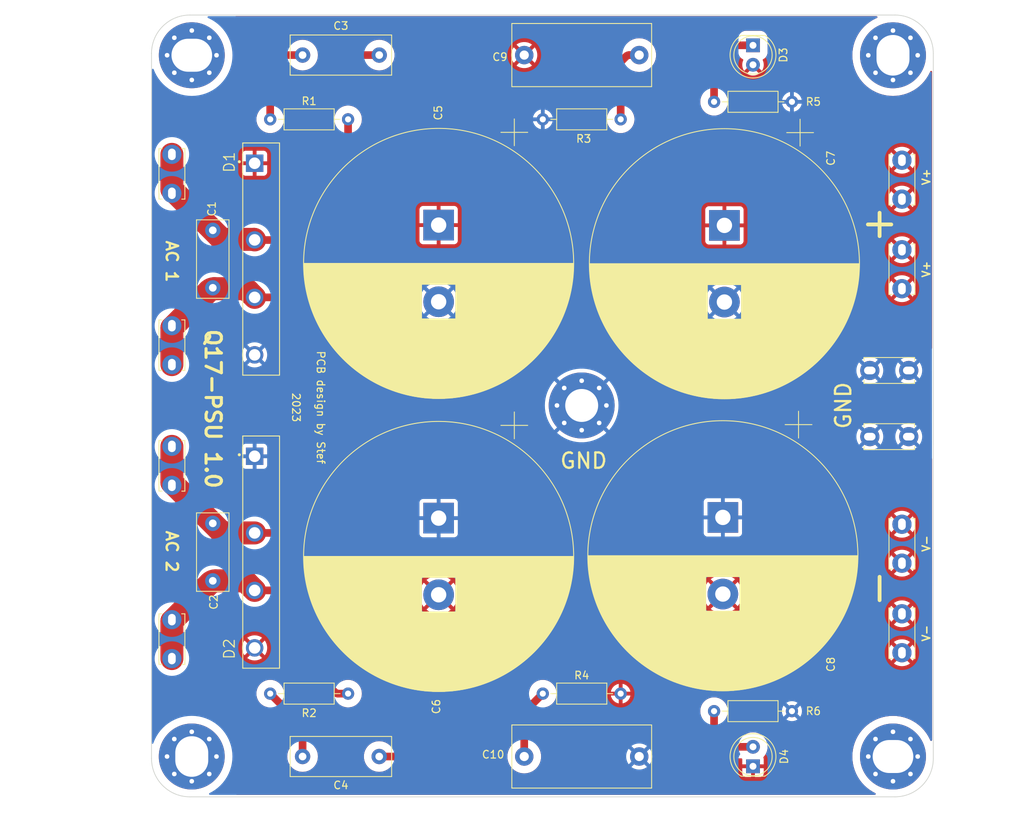
<source format=kicad_pcb>
(kicad_pcb (version 20221018) (generator pcbnew)
  (title_block (title "Q17 Power Supply") (date "2023-08-21") (rev "1.0") (company "by stef"))
  (layers (0 "F.Cu" signal) (31 "B.Cu" signal) (34 "B.Paste" user) (35 "F.Paste" user) (36 "B.SilkS" user "B.Silkscreen") (37 "F.SilkS" user "F.Silkscreen") (38 "B.Mask" user) (39 "F.Mask" user) (44 "Edge.Cuts" user))
  (net 0 "")
  (net 1 "GNDPWR")
  (net 2 "Net-(J1-1-Pin_1)")
  (net 3 "Net-(J1-3-Pin_1)")
  (net 4 "Net-(J1-2-Pin_1)")
  (net 5 "Net-(J1-4-Pin_1)")
  (net 6 "Net-(D3-K)")
  (net 7 "Net-(D4-A)")
  (net 8 "Net-(C3-Pad2)")
  (net 9 "Net-(C4-Pad2)")
  (net 10 "Net-(C9-Pad2)")
  (net 11 "Net-(C10-Pad2)")
  (net 12 "Net-(D3-A)")
  (net 13 "Net-(D4-K)")
  (footprint "Capacitor_THT:C_Rect_L13.0mm_W5.0mm_P10.00mm_FKS3_FKP3_MKS4" (layer "F.Cu") (at 127.762 45.212 180)
    (fp_text reference "C3" (at 5 3.81 180) (layer "F.SilkS"))
    (fp_text value "10nF")
    (pad "1" thru_hole circle (at 0 0 180) (size 2 2) (drill 1) (layers "*.Cu" "*.Mask") (net 2 "Net-(J1-1-Pin_1)"))
    (pad "2" thru_hole circle (at 10 0 180) (size 2 2) (drill 1) (layers "*.Cu" "*.Mask") (net 8 "Net-(C3-Pad2)"))
  )
  (footprint "Q17_Library:DIOB_GBJ2510" (layer "F.Cu") (at 112.356 110.05744 -90)
    (fp_text reference "D2" (at 12.62456 4.152 -90) (layer "F.SilkS") (effects (font (size 1.4 1.4))))
    (fp_text value "GBJ2510")
    (pad "1" thru_hole rect (at -12.5 0.85 270) (size 2.27 2.27) (drill 1.51) (layers "*.Cu" "*.Mask") (net 1 "GNDPWR"))
    (pad "2" thru_hole circle (at -2.5 0.85 270) (size 2.27 2.27) (drill 1.51) (layers "*.Cu" "*.Mask") (net 3 "Net-(J1-3-Pin_1)"))
    (pad "3" thru_hole circle (at 5 0.85 270) (size 2.27 2.27) (drill 1.51) (layers "*.Cu" "*.Mask") (net 5 "Net-(J1-4-Pin_1)"))
    (pad "4" thru_hole circle (at 12.5 0.85 270) (size 2.27 2.27) (drill 1.51) (layers "*.Cu" "*.Mask") (net 13 "Net-(D4-K)"))
  )
  (footprint "Capacitor_THT:C_Rect_L10.0mm_W4.0mm_P7.50mm_MKS4" (layer "F.Cu") (at 106.04628 106.30744 -90)
    (fp_text reference "C2" (at 10.27856 -0.12572 90) (layer "F.SilkS"))
    (fp_text value "10nF")
    (pad "1" thru_hole circle (at 0 0 270) (size 2 2) (drill 1) (layers "*.Cu" "*.Mask") (net 3 "Net-(J1-3-Pin_1)"))
    (pad "2" thru_hole circle (at 7.5 0 270) (size 2 2) (drill 1) (layers "*.Cu" "*.Mask") (net 5 "Net-(J1-4-Pin_1)"))
  )
  (footprint "Capacitor_THT:CP_Radial_D35.0mm_P10.00mm_SnapIn" (layer "F.Cu") (at 135.513301 67.394442 -90)
    (fp_text reference "C5" (at -14.648184 0.05248 -90) (layer "F.SilkS"))
    (fp_text value "10000uF 63v")
    (pad "1" thru_hole rect (at 0 0 270) (size 4 4) (drill 2) (layers "*.Cu" "*.Mask") (net 12 "Net-(D3-A)"))
    (pad "2" thru_hole circle (at 10 0 270) (size 4 4) (drill 2) (layers "*.Cu" "*.Mask") (net 1 "GNDPWR"))
  )
  (footprint "Q17_Library:Faston_Connector_63849-1_TEC" (layer "F.Cu") (at 100.71228 96.266 90)
    (fp_text reference "J1-3" hide)
    (fp_text value "AC2-1" hide)
    (pad "1" thru_hole circle (at -5.08 0 90) (size 2.5 2.5) (drill oval 1.5 1) (layers "*.Cu" "*.Mask") (net 3 "Net-(J1-3-Pin_1)"))
    (pad "1" thru_hole circle (at 0 0 90) (size 2.5 2.5) (drill oval 1.5 1) (layers "*.Cu" "*.Mask") (net 3 "Net-(J1-3-Pin_1)"))
  )
  (footprint "Capacitor_THT:C_Rect_L18.0mm_W8.0mm_P15.00mm_FKS3_FKP3" (layer "F.Cu") (at 146.683581 45.212)
    (fp_text reference "C9" (at -3.168 0.254) (layer "F.SilkS"))
    (fp_text value "220nf")
    (pad "1" thru_hole circle (at 0 0) (size 2.4 2.4) (drill 1.2) (layers "*.Cu" "*.Mask") (net 12 "Net-(D3-A)"))
    (pad "2" thru_hole circle (at 15 0) (size 2.4 2.4) (drill 1.2) (layers "*.Cu" "*.Mask") (net 10 "Net-(C9-Pad2)"))
  )
  (footprint "Q17_Library:Faston_Connector_63849-1_TEC" (layer "F.Cu") (at 100.71228 118.872 90)
    (fp_text reference "J1-4" hide)
    (fp_text value "AC2-2" hide)
    (pad "1" thru_hole circle (at -5.08 0 90) (size 2.5 2.5) (drill oval 1.5 1) (layers "*.Cu" "*.Mask") (net 5 "Net-(J1-4-Pin_1)"))
    (pad "1" thru_hole circle (at 0 0 90) (size 2.5 2.5) (drill oval 1.5 1) (layers "*.Cu" "*.Mask") (net 5 "Net-(J1-4-Pin_1)"))
  )
  (footprint "MountingHole:MountingHole_4.3mm_M4_Pad_Via" (layer "F.Cu") (at 154.178 90.926419)
    (fp_text reference "#GROUND01" hide)
    (fp_text value "MountingHole_4.3mm_M4_Pad_Via" hide)
    (pad "1" thru_hole circle (at -3.225 0) (size 0.9 0.9) (drill 0.6) (layers "*.Cu" "*.Mask") (net 1 "GNDPWR"))
    (pad "1" thru_hole circle (at -2.280419 -2.280419) (size 0.9 0.9) (drill 0.6) (layers "*.Cu" "*.Mask") (net 1 "GNDPWR"))
    (pad "1" thru_hole circle (at -2.280419 2.280419) (size 0.9 0.9) (drill 0.6) (layers "*.Cu" "*.Mask") (net 1 "GNDPWR"))
    (pad "1" thru_hole circle (at 0 -3.225) (size 0.9 0.9) (drill 0.6) (layers "*.Cu" "*.Mask") (net 1 "GNDPWR"))
    (pad "1" thru_hole circle (at 0 0) (size 8.6 8.6) (drill 4.3) (layers "*.Cu" "*.Mask") (net 1 "GNDPWR"))
    (pad "1" thru_hole circle (at 0 3.225) (size 0.9 0.9) (drill 0.6) (layers "*.Cu" "*.Mask") (net 1 "GNDPWR"))
    (pad "1" thru_hole circle (at 2.280419 -2.280419) (size 0.9 0.9) (drill 0.6) (layers "*.Cu" "*.Mask") (net 1 "GNDPWR"))
    (pad "1" thru_hole circle (at 2.280419 2.280419) (size 0.9 0.9) (drill 0.6) (layers "*.Cu" "*.Mask") (net 1 "GNDPWR"))
    (pad "1" thru_hole circle (at 3.225 0) (size 0.9 0.9) (drill 0.6) (layers "*.Cu" "*.Mask") (net 1 "GNDPWR"))
  )
  (footprint "Q17_Library:Faston_Connector_63849-1_TEC" (layer "F.Cu") (at 191.77 94.996 180)
    (fp_text reference "J2-2'1" hide)
    (fp_text value "GNDPWR" hide)
    (pad "1" thru_hole circle (at -5.08 0 180) (size 2.5 2.5) (drill oval 1.5 1) (layers "*.Cu" "*.Mask") (net 1 "GNDPWR"))
    (pad "1" thru_hole circle (at 0 0 180) (size 2.5 2.5) (drill oval 1.5 1) (layers "*.Cu" "*.Mask") (net 1 "GNDPWR"))
  )
  (footprint "Capacitor_THT:C_Rect_L10.0mm_W4.0mm_P7.50mm_MKS4" (layer "F.Cu") (at 106.04628 68.074941 -90)
    (fp_text reference "C1" (at -2.796941 0.12828 90) (layer "F.SilkS"))
    (fp_text value "10nF")
    (pad "1" thru_hole circle (at 0 0 270) (size 2 2) (drill 1) (layers "*.Cu" "*.Mask") (net 2 "Net-(J1-1-Pin_1)"))
    (pad "2" thru_hole circle (at 7.5 0 270) (size 2 2) (drill 1) (layers "*.Cu" "*.Mask") (net 4 "Net-(J1-2-Pin_1)"))
  )
  (footprint "Q17_Library:Faston_Connector_63849-1_TEC" (layer "F.Cu") (at 100.71228 58.166 90)
    (fp_text reference "J1-1" hide)
    (fp_text value "AC1-1" hide)
    (pad "1" thru_hole circle (at -5.08 0 90) (size 2.5 2.5) (drill oval 1.5 1) (layers "*.Cu" "*.Mask") (net 2 "Net-(J1-1-Pin_1)"))
    (pad "1" thru_hole circle (at 0 0 90) (size 2.5 2.5) (drill oval 1.5 1) (layers "*.Cu" "*.Mask") (net 2 "Net-(J1-1-Pin_1)"))
  )
  (footprint "MountingHole:MountingHole_4.3mm_M4_Pad_Via" (layer "F.Cu") (at 194.79428 136.729763)
    (fp_text reference "REF**" hide)
    (fp_text value "MountingHole_4.3mm_M4_Pad_Via")
    (pad "1" thru_hole circle (at -3.225 0) (size 0.9 0.9) (drill 0.6) (layers "*.Cu" "*.Mask"))
    (pad "1" thru_hole circle (at -2.280419 -2.280419) (size 0.9 0.9) (drill 0.6) (layers "*.Cu" "*.Mask"))
    (pad "1" thru_hole circle (at -2.280419 2.280419) (size 0.9 0.9) (drill 0.6) (layers "*.Cu" "*.Mask"))
    (pad "1" thru_hole circle (at 0 -3.225) (size 0.9 0.9) (drill 0.6) (layers "*.Cu" "*.Mask"))
    (pad "1" thru_hole circle (at 0 0) (size 8.6 8.6) (drill oval 5.3 4.3) (layers "*.Cu" "*.Mask"))
    (pad "1" thru_hole circle (at 0 3.225) (size 0.9 0.9) (drill 0.6) (layers "*.Cu" "*.Mask"))
    (pad "1" thru_hole circle (at 2.280419 -2.280419) (size 0.9 0.9) (drill 0.6) (layers "*.Cu" "*.Mask"))
    (pad "1" thru_hole circle (at 2.280419 2.280419) (size 0.9 0.9) (drill 0.6) (layers "*.Cu" "*.Mask"))
    (pad "1" thru_hole circle (at 3.225 0) (size 0.9 0.9) (drill 0.6) (layers "*.Cu" "*.Mask"))
  )
  (footprint "Capacitor_THT:CP_Radial_D35.0mm_P10.00mm_SnapIn" (layer "F.Cu") (at 172.597301 105.532941 -90)
    (fp_text reference "C8" (at 19.181059 -14.092699 -90) (layer "F.SilkS"))
    (fp_text value "10000uF 63v")
    (pad "1" thru_hole rect (at 0 0 270) (size 4 4) (drill 2) (layers "*.Cu" "*.Mask") (net 1 "GNDPWR"))
    (pad "2" thru_hole circle (at 10 0 270) (size 4 4) (drill 2) (layers "*.Cu" "*.Mask") (net 13 "Net-(D4-K)"))
  )
  (footprint "Resistor_THT:R_Axial_DIN0207_L6.3mm_D2.5mm_P10.16mm_Horizontal" (layer "F.Cu") (at 113.538 128.524)
    (fp_text reference "R2" (at 5.08 2.54) (layer "F.SilkS"))
    (fp_text value "10R")
    (pad "1" thru_hole circle (at 0 0) (size 1.6 1.6) (drill 0.8) (layers "*.Cu" "*.Mask") (net 9 "Net-(C4-Pad2)"))
    (pad "2" thru_hole oval (at 10.16 0) (size 1.6 1.6) (drill 0.8) (layers "*.Cu" "*.Mask") (net 5 "Net-(J1-4-Pin_1)"))
  )
  (footprint "Resistor_THT:R_Axial_DIN0207_L6.3mm_D2.5mm_P10.16mm_Horizontal" (layer "F.Cu") (at 149.103581 128.524)
    (fp_text reference "R4" (at 5.08 -2.37) (layer "F.SilkS"))
    (fp_text value "10R" hide)
    (pad "1" thru_hole circle (at 0 0) (size 1.6 1.6) (drill 0.8) (layers "*.Cu" "*.Mask") (net 11 "Net-(C10-Pad2)"))
    (pad "2" thru_hole oval (at 10.16 0) (size 1.6 1.6) (drill 0.8) (layers "*.Cu" "*.Mask") (net 13 "Net-(D4-K)"))
  )
  (footprint "LED_THT:LED_D5.0mm" (layer "F.Cu") (at 176.53 138.004763 90)
    (fp_text reference "D4" (at 1.27 4.064 90) (layer "F.SilkS"))
    (fp_text value "LED")
    (pad "1" thru_hole rect (at 0 0 90) (size 1.8 1.8) (drill 0.9) (layers "*.Cu" "*.Mask") (net 13 "Net-(D4-K)"))
    (pad "2" thru_hole circle (at 2.54 0 90) (size 1.8 1.8) (drill 0.9) (layers "*.Cu" "*.Mask") (net 7 "Net-(D4-A)"))
  )
  (footprint "Q17_Library:Faston_Connector_63849-1_TEC" (layer "F.Cu") (at 195.96228 75.692 -90)
    (fp_text reference "J2-1'1" hide)
    (fp_text value "V+" (at -2.54 -3.17372 90) (layer "F.SilkS") (effects (font (thickness 0.2) bold)))
    (pad "1" thru_hole circle (at -5.08 0 270) (size 2.5 2.5) (drill oval 1.5 1) (layers "*.Cu" "*.Mask") (net 12 "Net-(D3-A)"))
    (pad "1" thru_hole circle (at 0 0 270) (size 2.5 2.5) (drill oval 1.5 1) (layers "*.Cu" "*.Mask") (net 12 "Net-(D3-A)"))
  )
  (footprint "Q17_Library:Faston_Connector_63849-1_TEC" (layer "F.Cu") (at 191.77 86.36 180)
    (fp_text reference "J2-2" hide)
    (fp_text value "GNDPWR" hide)
    (pad "1" thru_hole circle (at -5.08 0 180) (size 2.5 2.5) (drill oval 1.5 1) (layers "*.Cu" "*.Mask") (net 1 "GNDPWR"))
    (pad "1" thru_hole circle (at 0 0 180) (size 2.5 2.5) (drill oval 1.5 1) (layers "*.Cu" "*.Mask") (net 1 "GNDPWR"))
  )
  (footprint "Q17_Library:Faston_Connector_63849-1_TEC" (layer "F.Cu") (at 195.96228 111.506 -90)
    (fp_text reference "J2-3" hide)
    (fp_text value "V-" (at -2.554323 -3.17372 90) (layer "F.SilkS") (effects (font (thickness 0.2) bold)))
    (pad "1" thru_hole circle (at -5.08 0 270) (size 2.5 2.5) (drill oval 1.5 1) (layers "*.Cu" "*.Mask") (net 13 "Net-(D4-K)"))
    (pad "1" thru_hole circle (at 0 0 270) (size 2.5 2.5) (drill oval 1.5 1) (layers "*.Cu" "*.Mask") (net 13 "Net-(D4-K)"))
  )
  (footprint "Capacitor_THT:C_Rect_L13.0mm_W5.0mm_P10.00mm_FKS3_FKP3_MKS4" (layer "F.Cu") (at 127.762 136.729763 180)
    (fp_text reference "C4" (at 5 -3.75 180) (layer "F.SilkS"))
    (fp_text value "10nF")
    (pad "1" thru_hole circle (at 0 0 180) (size 2 2) (drill 1) (layers "*.Cu" "*.Mask") (net 3 "Net-(J1-3-Pin_1)"))
    (pad "2" thru_hole circle (at 10 0 180) (size 2 2) (drill 1) (layers "*.Cu" "*.Mask") (net 9 "Net-(C4-Pad2)"))
  )
  (footprint "Q17_Library:DIOB_GBJ2510" (layer "F.Cu") (at 112.356 71.824941 -90)
    (fp_text reference "D1" (at -12.642941 4.152 -90) (layer "F.SilkS") (effects (font (size 1.4 1.4))))
    (fp_text value "GBJ2510")
    (pad "1" thru_hole rect (at -12.5 0.85 270) (size 2.27 2.27) (drill 1.51) (layers "*.Cu" "*.Mask") (net 12 "Net-(D3-A)"))
    (pad "2" thru_hole circle (at -2.5 0.85 270) (size 2.27 2.27) (drill 1.51) (layers "*.Cu" "*.Mask") (net 2 "Net-(J1-1-Pin_1)"))
    (pad "3" thru_hole circle (at 5 0.85 270) (size 2.27 2.27) (drill 1.51) (layers "*.Cu" "*.Mask") (net 4 "Net-(J1-2-Pin_1)"))
    (pad "4" thru_hole circle (at 12.5 0.85 270) (size 2.27 2.27) (drill 1.51) (layers "*.Cu" "*.Mask") (net 1 "GNDPWR"))
  )
  (footprint "Q17_Library:Faston_Connector_63849-1_TEC" (layer "F.Cu") (at 100.71228 80.518 90)
    (fp_text reference "J1-2" hide)
    (fp_text value "AC1-2" hide)
    (pad "1" thru_hole circle (at -5.08 0 90) (size 2.5 2.5) (drill oval 1.5 1) (layers "*.Cu" "*.Mask") (net 4 "Net-(J1-2-Pin_1)"))
    (pad "1" thru_hole circle (at 0 0 90) (size 2.5 2.5) (drill oval 1.5 1) (layers "*.Cu" "*.Mask") (net 4 "Net-(J1-2-Pin_1)"))
  )
  (footprint "Resistor_THT:R_Axial_DIN0207_L6.3mm_D2.5mm_P10.16mm_Horizontal" (layer "F.Cu") (at 159.263581 53.594 180)
    (fp_text reference "R3" (at 4.826 -2.54) (layer "F.SilkS"))
    (fp_text value "10R" hide)
    (pad "1" thru_hole circle (at 0 0 180) (size 1.6 1.6) (drill 0.8) (layers "*.Cu" "*.Mask") (net 10 "Net-(C9-Pad2)"))
    (pad "2" thru_hole oval (at 10.16 0 180) (size 1.6 1.6) (drill 0.8) (layers "*.Cu" "*.Mask") (net 1 "GNDPWR"))
  )
  (footprint "MountingHole:MountingHole_4.3mm_M4_Pad_Via" (layer "F.Cu") (at 194.79428 45.238963)
    (fp_text reference "REF**" hide)
    (fp_text value "MountingHole_4.3mm_M4_Pad_Via")
    (pad "1" thru_hole circle (at -3.225 0) (size 0.9 0.9) (drill 0.6) (layers "*.Cu" "*.Mask"))
    (pad "1" thru_hole circle (at -2.280419 -2.280419) (size 0.9 0.9) (drill 0.6) (layers "*.Cu" "*.Mask"))
    (pad "1" thru_hole circle (at -2.280419 2.280419) (size 0.9 0.9) (drill 0.6) (layers "*.Cu" "*.Mask"))
    (pad "1" thru_hole circle (at 0 -3.225) (size 0.9 0.9) (drill 0.6) (layers "*.Cu" "*.Mask"))
    (pad "1" thru_hole circle (at 0 0) (size 8.6 8.6) (drill oval 4.3 5.3) (layers "*.Cu" "*.Mask"))
    (pad "1" thru_hole circle (at 0 3.225) (size 0.9 0.9) (drill 0.6) (layers "*.Cu" "*.Mask"))
    (pad "1" thru_hole circle (at 2.280419 -2.280419) (size 0.9 0.9) (drill 0.6) (layers "*.Cu" "*.Mask"))
    (pad "1" thru_hole circle (at 2.280419 2.280419) (size 0.9 0.9) (drill 0.6) (layers "*.Cu" "*.Mask"))
    (pad "1" thru_hole circle (at 3.225 0) (size 0.9 0.9) (drill 0.6) (layers "*.Cu" "*.Mask"))
  )
  (footprint "Capacitor_THT:CP_Radial_D35.0mm_P10.00mm_SnapIn" (layer "F.Cu") (at 135.513301 105.626941 -90)
    (fp_text reference "C6" (at 24.589317 0.30648 -90) (layer "F.SilkS"))
    (fp_text value "10000uF 63v")
    (pad "1" thru_hole rect (at 0 0 270) (size 4 4) (drill 2) (layers "*.Cu" "*.Mask") (net 1 "GNDPWR"))
    (pad "2" thru_hole circle (at 10 0 270) (size 4 4) (drill 2) (layers "*.Cu" "*.Mask") (net 13 "Net-(D4-K)"))
  )
  (footprint "Capacitor_THT:C_Rect_L18.0mm_W8.0mm_P15.00mm_FKS3_FKP3" (layer "F.Cu") (at 161.683581 136.729763 180)
    (fp_text reference "C10" (at 19.05828 0.254 180) (layer "F.SilkS"))
    (fp_text value "220nF")
    (pad "1" thru_hole circle (at 0 0 180) (size 2.4 2.4) (drill 1.2) (layers "*.Cu" "*.Mask") (net 1 "GNDPWR"))
    (pad "2" thru_hole circle (at 15 0 180) (size 2.4 2.4) (drill 1.2) (layers "*.Cu" "*.Mask") (net 11 "Net-(C10-Pad2)"))
  )
  (footprint "LED_THT:LED_D5.0mm" (layer "F.Cu") (at 176.53 43.937 -90)
    (fp_text reference "D3" (at 1.27 -3.96 -90) (layer "F.SilkS"))
    (fp_text value "LED")
    (pad "1" thru_hole rect (at 0 0 270) (size 1.8 1.8) (drill 0.9) (layers "*.Cu" "*.Mask") (net 6 "Net-(D3-K)"))
    (pad "2" thru_hole circle (at 2.54 0 270) (size 1.8 1.8) (drill 0.9) (layers "*.Cu" "*.Mask") (net 12 "Net-(D3-A)"))
  )
  (footprint "MountingHole:MountingHole_4.3mm_M4_Pad_Via" (layer "F.Cu") (at 103.309061 45.233382)
    (fp_text reference "REF**" hide)
    (fp_text value "MountingHole_4.3mm_M4_Pad_Via")
    (pad "1" thru_hole circle (at -3.225 0) (size 0.9 0.9) (drill 0.6) (layers "*.Cu" "*.Mask"))
    (pad "1" thru_hole circle (at -2.280419 -2.280419) (size 0.9 0.9) (drill 0.6) (layers "*.Cu" "*.Mask"))
    (pad "1" thru_hole circle (at -2.280419 2.280419) (size 0.9 0.9) (drill 0.6) (layers "*.Cu" "*.Mask"))
    (pad "1" thru_hole circle (at 0 -3.225) (size 0.9 0.9) (drill 0.6) (layers "*.Cu" "*.Mask"))
    (pad "1" thru_hole circle (at 0 0) (size 8.6 8.6) (drill oval 5.3 4.3) (layers "*.Cu" "*.Mask"))
    (pad "1" thru_hole circle (at 0 3.225) (size 0.9 0.9) (drill 0.6) (layers "*.Cu" "*.Mask"))
    (pad "1" thru_hole circle (at 2.280419 -2.280419) (size 0.9 0.9) (drill 0.6) (layers "*.Cu" "*.Mask"))
    (pad "1" thru_hole circle (at 2.280419 2.280419) (size 0.9 0.9) (drill 0.6) (layers "*.Cu" "*.Mask"))
    (pad "1" thru_hole circle (at 3.225 0) (size 0.9 0.9) (drill 0.6) (layers "*.Cu" "*.Mask"))
  )
  (footprint "Resistor_THT:R_Axial_DIN0207_L6.3mm_D2.5mm_P10.16mm_Horizontal" (layer "F.Cu") (at 113.538 53.594)
    (fp_text reference "R1" (at 5.08 -2.37) (layer "F.SilkS"))
    (fp_text value "10R")
    (pad "1" thru_hole circle (at 0 0) (size 1.6 1.6) (drill 0.8) (layers "*.Cu" "*.Mask") (net 8 "Net-(C3-Pad2)"))
    (pad "2" thru_hole oval (at 10.16 0) (size 1.6 1.6) (drill 0.8) (layers "*.Cu" "*.Mask") (net 4 "Net-(J1-2-Pin_1)"))
  )
  (footprint "Q17_Library:Faston_Connector_63849-1_TEC" (layer "F.Cu") (at 195.96228 64.008 -90)
    (fp_text reference "J2-1" hide)
    (fp_text value "V+" (at -2.8956 -3.17372 90) (layer "F.SilkS") (effects (font (thickness 0.2) bold)))
    (pad "1" thru_hole circle (at -5.08 0 270) (size 2.5 2.5) (drill oval 1.5 1) (layers "*.Cu" "*.Mask") (net 12 "Net-(D3-A)"))
    (pad "1" thru_hole circle (at 0 0 270) (size 2.5 2.5) (drill oval 1.5 1) (layers "*.Cu" "*.Mask") (net 12 "Net-(D3-A)"))
  )
  (footprint "Resistor_THT:R_Axial_DIN0207_L6.3mm_D2.5mm_P10.16mm_Horizontal" (layer "F.Cu") (at 171.45 51.308)
    (fp_text reference "R5" (at 12.954 0) (layer "F.SilkS"))
    (fp_text value "10K")
    (pad "1" thru_hole circle (at 0 0) (size 1.6 1.6) (drill 0.8) (layers "*.Cu" "*.Mask") (net 6 "Net-(D3-K)"))
    (pad "2" thru_hole oval (at 10.16 0) (size 1.6 1.6) (drill 0.8) (layers "*.Cu" "*.Mask") (net 1 "GNDPWR"))
  )
  (footprint "Capacitor_THT:CP_Radial_D35.0mm_P10.00mm_SnapIn" (layer "F.Cu") (at 172.800501 67.432941 -90)
    (fp_text reference "C7" (at -8.758941 -13.889499 -90) (layer "F.SilkS"))
    (fp_text value "10000uF 63v")
    (pad "1" thru_hole rect (at 0 0 270) (size 4 4) (drill 2) (layers "*.Cu" "*.Mask") (net 12 "Net-(D3-A)"))
    (pad "2" thru_hole circle (at 10 0 270) (size 4 4) (drill 2) (layers "*.Cu" "*.Mask") (net 1 "GNDPWR"))
  )
  (footprint "Q17_Library:Faston_Connector_63849-1_TEC" (layer "F.Cu") (at 195.96228 123.19 -90)
    (fp_text reference "J2-4'1" hide)
    (fp_text value "V-" (at -2.54 -3.17372 90) (layer "F.SilkS") (effects (font (thickness 0.2) bold)))
    (pad "1" thru_hole circle (at -5.08 0 270) (size 2.5 2.5) (drill oval 1.5 1) (layers "*.Cu" "*.Mask") (net 13 "Net-(D4-K)"))
    (pad "1" thru_hole circle (at 0 0 270) (size 2.5 2.5) (drill oval 1.5 1) (layers "*.Cu" "*.Mask") (net 13 "Net-(D4-K)"))
  )
  (footprint "MountingHole:MountingHole_4.3mm_M4_Pad_Via" (layer "F.Cu") (at 103.30348 136.729763)
    (fp_text reference "REF**" hide)
    (fp_text value "MountingHole_4.3mm_M4_Pad_Via")
    (pad "1" thru_hole circle (at -3.225 0) (size 0.9 0.9) (drill 0.6) (layers "*.Cu" "*.Mask"))
    (pad "1" thru_hole circle (at -2.280419 -2.280419) (size 0.9 0.9) (drill 0.6) (layers "*.Cu" "*.Mask"))
    (pad "1" thru_hole circle (at -2.280419 2.280419) (size 0.9 0.9) (drill 0.6) (layers "*.Cu" "*.Mask"))
    (pad "1" thru_hole circle (at 0 -3.225) (size 0.9 0.9) (drill 0.6) (layers "*.Cu" "*.Mask"))
    (pad "1" thru_hole circle (at 0 0) (size 8.6 8.6) (drill oval 4.3 5.3) (layers "*.Cu" "*.Mask"))
    (pad "1" thru_hole circle (at 0 3.225) (size 0.9 0.9) (drill 0.6) (layers "*.Cu" "*.Mask"))
    (pad "1" thru_hole circle (at 2.280419 -2.280419) (size 0.9 0.9) (drill 0.6) (layers "*.Cu" "*.Mask"))
    (pad "1" thru_hole circle (at 2.280419 2.280419) (size 0.9 0.9) (drill 0.6) (layers "*.Cu" "*.Mask"))
    (pad "1" thru_hole circle (at 3.225 0) (size 0.9 0.9) (drill 0.6) (layers "*.Cu" "*.Mask"))
  )
  (footprint "Resistor_THT:R_Axial_DIN0207_L6.3mm_D2.5mm_P10.16mm_Horizontal" (layer "F.Cu") (at 181.61 130.81 180)
    (fp_text reference "R6" (at -2.794 0) (layer "F.SilkS"))
    (fp_text value "10K")
    (pad "1" thru_hole circle (at 0 0 180) (size 1.6 1.6) (drill 0.8) (layers "*.Cu" "*.Mask") (net 1 "GNDPWR"))
    (pad "2" thru_hole oval (at 10.16 0 180) (size 1.6 1.6) (drill 0.8) (layers "*.Cu" "*.Mask") (net 7 "Net-(D4-A)"))
  )
  (gr_line (start 98.05348 136.988963) (end 98.05348 44.988963) (stroke (width 0.1)) (layer "Edge.Cuts"))
  (gr_arc (start 200.05348 136.988963) (mid 198.589 140.524471) (end 195.05348 141.988963) (stroke (width 0.1)) (layer "Edge.Cuts"))
  (gr_line (start 103.05348 39.988963) (end 195.05348 39.988963) (stroke (width 0.1)) (layer "Edge.Cuts"))
  (gr_line (start 195.05348 141.988963) (end 103.05348 141.988963) (stroke (width 0.1)) (layer "Edge.Cuts"))
  (gr_line (start 200.05348 44.988963) (end 200.05348 136.988963) (stroke (width 0.1)) (layer "Edge.Cuts"))
  (gr_arc (start 98.05348 44.988963) (mid 99.517946 41.453429) (end 103.05348 39.988963) (stroke (width 0.1)) (layer "Edge.Cuts"))
  (gr_arc (start 103.05348 141.988963) (mid 99.517932 140.524499) (end 98.05348 136.988963) (stroke (width 0.1)) (layer "Edge.Cuts"))
  (gr_arc (start 195.05348 39.988963) (mid 198.589 41.453432) (end 200.05348 44.988963) (stroke (width 0.1)) (layer "Edge.Cuts"))
  (gr_text "GND" (at 154.432 99.314) (layer "F.SilkS") (effects (font (size 2 2) (thickness 0.3) bold) (justify bottom)))
  (gr_text "-" (at 191.008 114.808 270) (layer "F.SilkS") (effects (font (size 4 4) (thickness 0.5)) (justify bottom)))
  (gr_text "PCB design by Stef\n\n2023" (at 116.332 91.186 -90) (layer "F.SilkS") (effects (font (size 1 1)) (justify bottom)))
  (gr_text "Q17-PSU 1.0" (at 104.902 80.772 270) (layer "F.SilkS") (effects (font (size 2 2) (thickness 0.4) bold) (justify left bottom)))
  (gr_text "GND" (at 189.484 90.932 90) (layer "F.SilkS") (effects (font (size 2 2) (thickness 0.3) bold) (justify bottom)))
  (gr_text "+" (at 191.008 67.31 270) (layer "F.SilkS") (effects (font (size 4 4) (thickness 0.5)) (justify bottom)))
  (gr_text "AC 1" (at 99.822 72.136 270) (layer "F.SilkS") (effects (font (size 1.5 1.5) (thickness 0.3) bold) (justify bottom)))
  (gr_text "AC 2" (at 99.822 109.982 270) (layer "F.SilkS") (effects (font (size 1.5 1.5) (thickness 0.3) bold) (justify bottom)))
  (segment (start 111.436 69.254941) (end 107.653946 69.254941) (width 3) (layer "F.Cu") (net 2))
  (segment (start 119.018447 50.907553) (end 124.567554 45.358446) (width 1) (layer "F.Cu") (net 2))
  (segment (start 118.872 66.086893) (end 118.872 51.261107) (width 1) (layer "F.Cu") (net 2))
  (segment (start 115.970447 69.195553) (end 118.725554 66.440446) (width 1) (layer "F.Cu") (net 2))
  (segment (start 106.946839 68.962048) (end 100.71228 62.727489) (width 3) (layer "F.Cu") (net 2))
  (segment (start 111.506 69.324941) (end 111.436 69.254941) (width 3) (layer "F.Cu") (net 2))
  (segment (start 100.71228 62.727489) (end 100.71228 58.166) (width 3) (layer "F.Cu") (net 2))
  (segment (start 111.523059 69.342) (end 115.616893 69.342) (width 1) (layer "F.Cu") (net 2))
  (segment (start 124.921107 45.212) (end 127.762 45.212) (width 1) (layer "F.Cu") (net 2))
  (arc (start 107.653946 69.254941) (mid 107.271263 69.178821) (end 106.946839 68.962048) (width 3) (layer "F.Cu") (net 2))
  (arc (start 118.725554 66.440446) (mid 118.83394 66.278234) (end 118.872 66.086893) (width 1) (layer "F.Cu") (net 2))
  (arc (start 118.872 51.261107) (mid 118.91006 51.069765) (end 119.018447 50.907553) (width 1) (layer "F.Cu") (net 2))
  (arc (start 115.616893 69.342) (mid 115.808235 69.30394) (end 115.970447 69.195553) (width 1) (layer "F.Cu") (net 2))
  (arc (start 124.921107 45.212) (mid 124.729766 45.25006) (end 124.567554 45.358446) (width 1) (layer "F.Cu") (net 2))
  (segment (start 100.71228 100.97344) (end 100.71228 96.266) (width 3) (layer "F.Cu") (net 3))
  (segment (start 125.984 110.697107) (end 125.984 116.124893) (width 1) (layer "F.Cu") (net 3))
  (segment (start 111.506 107.55744) (end 122.844333 107.55744) (width 1) (layer "F.Cu") (net 3))
  (segment (start 107.003387 107.264547) (end 100.71228 100.97344) (width 3) (layer "F.Cu") (net 3))
  (segment (start 131.064 121.619107) (end 131.064 135.428893) (width 1) (layer "F.Cu") (net 3))
  (segment (start 111.506 107.55744) (end 107.710494 107.55744) (width 3) (layer "F.Cu") (net 3))
  (segment (start 126.130447 116.478447) (end 130.917554 121.265554) (width 1) (layer "F.Cu") (net 3))
  (segment (start 130.917553 135.782447) (end 130.116683 136.583317) (width 1) (layer "F.Cu") (net 3))
  (segment (start 123.197887 107.703887) (end 125.837554 110.343554) (width 1) (layer "F.Cu") (net 3))
  (segment (start 129.76313 136.729763) (end 127.762 136.729763) (width 1) (layer "F.Cu") (net 3))
  (arc (start 122.844333 107.55744) (mid 123.035675 107.5955) (end 123.197887 107.703887) (width 1) (layer "F.Cu") (net 3))
  (arc (start 107.710494 107.55744) (mid 107.32781 107.48132) (end 107.003387 107.264547) (width 3) (layer "F.Cu") (net 3))
  (arc (start 130.917554 121.265554) (mid 131.02594 121.427766) (end 131.064 121.619107) (width 1) (layer "F.Cu") (net 3))
  (arc (start 125.984 116.124893) (mid 126.02206 116.316235) (end 126.130447 116.478447) (width 1) (layer "F.Cu") (net 3))
  (arc (start 125.984 110.697107) (mid 125.94594 110.505766) (end 125.837554 110.343554) (width 1) (layer "F.Cu") (net 3))
  (arc (start 130.116683 136.583317) (mid 129.954471 136.691703) (end 129.76313 136.729763) (width 1) (layer "F.Cu") (net 3))
  (arc (start 130.917553 135.782447) (mid 131.02594 135.620235) (end 131.064 135.428893) (width 1) (layer "F.Cu") (net 3))
  (segment (start 105.530095 75.984893) (end 100.71228 80.802708) (width 3) (layer "F.Cu") (net 4))
  (segment (start 123.698 53.594) (end 123.698 73.452893) (width 1) (layer "F.Cu") (net 4))
  (segment (start 109.958845 75.692) (end 106.237202 75.692) (width 3) (layer "F.Cu") (net 4))
  (segment (start 120.325952 76.824941) (end 111.506 76.824941) (width 1) (layer "F.Cu") (net 4))
  (segment (start 100.71228 80.802708) (end 100.71228 85.598) (width 3) (layer "F.Cu") (net 4))
  (segment (start 111.506 76.824941) (end 110.665952 75.984893) (width 3) (layer "F.Cu") (net 4))
  (segment (start 123.551553 73.806447) (end 120.679505 76.678495) (width 1) (layer "F.Cu") (net 4))
  (arc (start 123.698 73.452893) (mid 123.65994 73.644235) (end 123.551553 73.806447) (width 1) (layer "F.Cu") (net 4))
  (arc (start 106.237202 75.692) (mid 105.854518 75.76812) (end 105.530095 75.984893) (width 3) (layer "F.Cu") (net 4))
  (arc (start 120.325952 76.824941) (mid 120.517293 76.786881) (end 120.679505 76.678495) (width 1) (layer "F.Cu") (net 4))
  (arc (start 110.665952 75.984893) (mid 110.341529 75.76812) (end 109.958845 75.692) (width 3) (layer "F.Cu") (net 4))
  (segment (start 100.71228 119.07212) (end 100.71228 123.952) (width 3) (layer "F.Cu") (net 5))
  (segment (start 105.684067 114.100333) (end 100.71228 119.07212) (width 3) (layer "F.Cu") (net 5))
  (segment (start 109.841786 113.80744) (end 106.391174 113.80744) (width 3) (layer "F.Cu") (net 5))
  (segment (start 118.759887 115.203887) (end 119.995554 116.439554) (width 1) (layer "F.Cu") (net 5))
  (segment (start 120.288447 126.638447) (end 122.027554 128.377554) (width 1) (layer "F.Cu") (net 5))
  (segment (start 111.506 115.05744) (end 110.548893 114.100333) (width 3) (layer "F.Cu") (net 5))
  (segment (start 111.506 115.05744) (end 118.406333 115.05744) (width 1) (layer "F.Cu") (net 5))
  (segment (start 122.381107 128.524) (end 123.698 128.524) (width 1) (layer "F.Cu") (net 5))
  (segment (start 120.142 116.793107) (end 120.142 126.284893) (width 1) (layer "F.Cu") (net 5))
  (arc (start 110.548893 114.100333) (mid 110.22447 113.88356) (end 109.841786 113.80744) (width 3) (layer "F.Cu") (net 5))
  (arc (start 106.391174 113.80744) (mid 106.008498 113.883571) (end 105.684067 114.100333) (width 3) (layer "F.Cu") (net 5))
  (arc (start 119.995554 116.439554) (mid 120.10394 116.601766) (end 120.142 116.793107) (width 1) (layer "F.Cu") (net 5))
  (arc (start 118.406333 115.05744) (mid 118.597675 115.0955) (end 118.759887 115.203887) (width 1) (layer "F.Cu") (net 5))
  (arc (start 122.381107 128.524) (mid 122.189766 128.48594) (end 122.027554 128.377554) (width 1) (layer "F.Cu") (net 5))
  (arc (start 120.142 126.284893) (mid 120.18006 126.476235) (end 120.288447 126.638447) (width 1) (layer "F.Cu") (net 5))
  (segment (start 171.596447 46.453833) (end 173.966834 44.083446) (width 1) (layer "F.Cu") (net 6))
  (segment (start 174.320387 43.937) (end 176.53 43.937) (width 1) (layer "F.Cu") (net 6))
  (segment (start 171.45 51.308) (end 171.45 46.807387) (width 1) (layer "F.Cu") (net 6))
  (arc (start 171.596447 46.453833) (mid 171.48806 46.616045) (end 171.45 46.807387) (width 1) (layer "F.Cu") (net 6))
  (arc (start 173.966834 44.083446) (mid 174.129046 43.97506) (end 174.320387 43.937) (width 1) (layer "F.Cu") (net 6))
  (segment (start 176.53 135.464763) (end 173.77187 135.464763) (width 1) (layer "F.Cu") (net 7))
  (segment (start 173.418316 135.318316) (end 171.596446 133.496446) (width 1) (layer "F.Cu") (net 7))
  (segment (start 171.45 133.142893) (end 171.45 130.81) (width 1) (layer "F.Cu") (net 7))
  (arc (start 171.596446 133.496446) (mid 171.48806 133.334234) (end 171.45 133.142893) (width 1) (layer "F.Cu") (net 7))
  (arc (start 173.77187 135.464763) (mid 173.580528 135.426703) (end 173.418316 135.318316) (width 1) (layer "F.Cu") (net 7))
  (segment (start 115.015107 45.212) (end 117.762 45.212) (width 1) (layer "F.Cu") (net 8))
  (segment (start 113.684447 46.335553) (end 114.661554 45.358446) (width 1) (layer "F.Cu") (net 8))
  (segment (start 113.538 53.594) (end 113.538 46.689107) (width 1) (layer "F.Cu") (net 8))
  (arc (start 115.015107 45.212) (mid 114.823766 45.25006) (end 114.661554 45.358446) (width 1) (layer "F.Cu") (net 8))
  (arc (start 113.684447 46.335553) (mid 113.57606 46.497765) (end 113.538 46.689107) (width 1) (layer "F.Cu") (net 8))
  (segment (start 113.538 128.524) (end 117.615554 132.601554) (width 1) (layer "F.Cu") (net 9))
  (segment (start 117.762 132.955107) (end 117.762 136.729763) (width 1) (layer "F.Cu") (net 9))
  (arc (start 117.615554 132.601554) (mid 117.72394 132.763766) (end 117.762 132.955107) (width 1) (layer "F.Cu") (net 9))
  (segment (start 159.263581 46.309526) (end 159.263581 53.594) (width 1) (layer "F.Cu") (net 10))
  (segment (start 161.683581 45.212) (end 160.361107 45.212) (width 1) (layer "F.Cu") (net 10))
  (segment (start 160.007553 45.358447) (end 159.410027 45.955973) (width 1) (layer "F.Cu") (net 10))
  (arc (start 159.263581 46.309526) (mid 159.301641 46.118185) (end 159.410027 45.955973) (width 1) (layer "F.Cu") (net 10))
  (arc (start 160.361107 45.212) (mid 160.169765 45.25006) (end 160.007553 45.358447) (width 1) (layer "F.Cu") (net 10))
  (segment (start 149.103581 128.524) (end 146.830027 130.797554) (width 1) (layer "F.Cu") (net 11))
  (segment (start 146.683581 131.151107) (end 146.683581 136.729763) (width 1) (layer "F.Cu") (net 11))
  (arc (start 146.830027 130.797554) (mid 146.721641 130.959766) (end 146.683581 131.151107) (width 1) (layer "F.Cu") (net 11))
  (zone (net 12) (net_name "Net-(D3-A)") (layer "F.Cu") (connect_pads (clearance 1)) (min_thickness 0.25) (fill yes (thermal_gap 0.5) (thermal_bridge_width 0.5) (island_removal_mode 1) (island_area_min 10))
    (polygon (pts (xy 199.898 40.132) (xy 199.898 83.566) (xy 189.484 83.566) (xy 189.484 90.135773) (xy 108.986719 90.511645) (xy 108.966 40.132)))
  )
  (zone (net 13) (net_name "Net-(D4-K)") (layer "F.Cu") (connect_pads (clearance 1)) (min_thickness 0.25) (fill yes (thermal_gap 0.5) (thermal_bridge_width 0.5) (island_removal_mode 1) (island_area_min 10))
    (polygon (pts (xy 189.483981 91.433055) (xy 189.484 97.79) (xy 199.898 97.79) (xy 199.898 141.732) (xy 109.0752 141.732) (xy 108.966 91.657523)))
  )
  (zone (net 1) (net_name "GNDPWR") (layer "B.Cu") (connect_pads (clearance 1)) (min_thickness 0.25) (fill yes (thermal_gap 0.5) (thermal_bridge_width 0.5) (island_removal_mode 1) (island_area_min 10))
    (polygon (pts (xy 199.85028 40.138163) (xy 199.90108 141.732) (xy 98.044 141.732) (xy 98.09788 40.138163)))
  )
)
</source>
